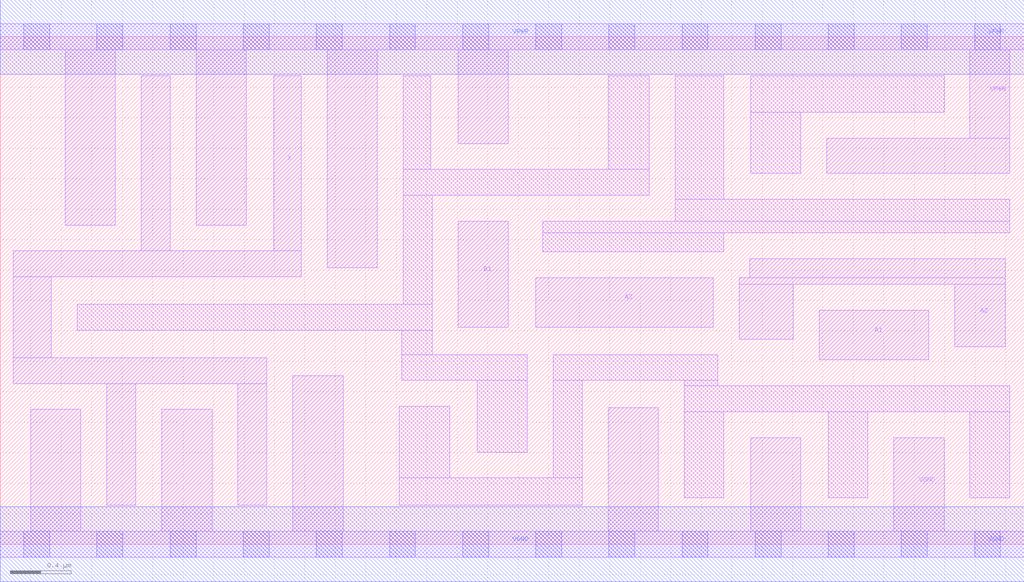
<source format=lef>
# Copyright 2020 The SkyWater PDK Authors
#
# Licensed under the Apache License, Version 2.0 (the "License");
# you may not use this file except in compliance with the License.
# You may obtain a copy of the License at
#
#     https://www.apache.org/licenses/LICENSE-2.0
#
# Unless required by applicable law or agreed to in writing, software
# distributed under the License is distributed on an "AS IS" BASIS,
# WITHOUT WARRANTIES OR CONDITIONS OF ANY KIND, either express or implied.
# See the License for the specific language governing permissions and
# limitations under the License.
#
# SPDX-License-Identifier: Apache-2.0

VERSION 5.7 ;
  NAMESCASESENSITIVE ON ;
  NOWIREEXTENSIONATPIN ON ;
  DIVIDERCHAR "/" ;
  BUSBITCHARS "[]" ;
UNITS
  DATABASE MICRONS 200 ;
END UNITS
MACRO sky130_fd_sc_lp__o31a_4
  CLASS CORE ;
  SOURCE USER ;
  FOREIGN sky130_fd_sc_lp__o31a_4 ;
  ORIGIN  0.000000  0.000000 ;
  SIZE  6.720000 BY  3.330000 ;
  SYMMETRY X Y R90 ;
  SITE unit ;
  PIN A1
    ANTENNAGATEAREA  0.630000 ;
    DIRECTION INPUT ;
    USE SIGNAL ;
    PORT
      LAYER li1 ;
        RECT 5.375000 1.210000 6.095000 1.535000 ;
    END
  END A1
  PIN A2
    ANTENNAGATEAREA  0.630000 ;
    DIRECTION INPUT ;
    USE SIGNAL ;
    PORT
      LAYER li1 ;
        RECT 4.850000 1.345000 5.205000 1.705000 ;
        RECT 4.850000 1.705000 6.595000 1.750000 ;
        RECT 4.920000 1.750000 6.595000 1.875000 ;
        RECT 6.265000 1.295000 6.595000 1.705000 ;
    END
  END A2
  PIN A3
    ANTENNAGATEAREA  0.630000 ;
    DIRECTION INPUT ;
    USE SIGNAL ;
    PORT
      LAYER li1 ;
        RECT 3.515000 1.425000 4.680000 1.750000 ;
    END
  END A3
  PIN B1
    ANTENNAGATEAREA  0.630000 ;
    DIRECTION INPUT ;
    USE SIGNAL ;
    PORT
      LAYER li1 ;
        RECT 3.005000 1.425000 3.335000 2.120000 ;
    END
  END B1
  PIN X
    ANTENNADIFFAREA  1.176000 ;
    DIRECTION OUTPUT ;
    USE SIGNAL ;
    PORT
      LAYER li1 ;
        RECT 0.085000 1.055000 1.750000 1.225000 ;
        RECT 0.085000 1.225000 0.335000 1.755000 ;
        RECT 0.085000 1.755000 1.975000 1.925000 ;
        RECT 0.700000 0.255000 0.890000 1.055000 ;
        RECT 0.925000 1.925000 1.115000 3.075000 ;
        RECT 1.560000 0.255000 1.750000 1.055000 ;
        RECT 1.795000 1.925000 1.975000 3.075000 ;
    END
  END X
  PIN VGND
    DIRECTION INOUT ;
    USE GROUND ;
    PORT
      LAYER li1 ;
        RECT 0.000000 -0.085000 6.720000 0.085000 ;
        RECT 0.200000  0.085000 0.530000 0.885000 ;
        RECT 1.060000  0.085000 1.390000 0.885000 ;
        RECT 1.920000  0.085000 2.250000 1.105000 ;
        RECT 3.990000  0.085000 4.320000 0.895000 ;
        RECT 4.925000  0.085000 5.255000 0.700000 ;
        RECT 5.865000  0.085000 6.195000 0.700000 ;
      LAYER mcon ;
        RECT 0.155000 -0.085000 0.325000 0.085000 ;
        RECT 0.635000 -0.085000 0.805000 0.085000 ;
        RECT 1.115000 -0.085000 1.285000 0.085000 ;
        RECT 1.595000 -0.085000 1.765000 0.085000 ;
        RECT 2.075000 -0.085000 2.245000 0.085000 ;
        RECT 2.555000 -0.085000 2.725000 0.085000 ;
        RECT 3.035000 -0.085000 3.205000 0.085000 ;
        RECT 3.515000 -0.085000 3.685000 0.085000 ;
        RECT 3.995000 -0.085000 4.165000 0.085000 ;
        RECT 4.475000 -0.085000 4.645000 0.085000 ;
        RECT 4.955000 -0.085000 5.125000 0.085000 ;
        RECT 5.435000 -0.085000 5.605000 0.085000 ;
        RECT 5.915000 -0.085000 6.085000 0.085000 ;
        RECT 6.395000 -0.085000 6.565000 0.085000 ;
      LAYER met1 ;
        RECT 0.000000 -0.245000 6.720000 0.245000 ;
    END
  END VGND
  PIN VPWR
    DIRECTION INOUT ;
    USE POWER ;
    PORT
      LAYER li1 ;
        RECT 0.000000 3.245000 6.720000 3.415000 ;
        RECT 0.425000 2.095000 0.755000 3.245000 ;
        RECT 1.285000 2.095000 1.615000 3.245000 ;
        RECT 2.145000 1.815000 2.475000 3.245000 ;
        RECT 3.005000 2.630000 3.335000 3.245000 ;
        RECT 5.425000 2.435000 6.625000 2.665000 ;
        RECT 6.365000 2.665000 6.625000 3.245000 ;
      LAYER mcon ;
        RECT 0.155000 3.245000 0.325000 3.415000 ;
        RECT 0.635000 3.245000 0.805000 3.415000 ;
        RECT 1.115000 3.245000 1.285000 3.415000 ;
        RECT 1.595000 3.245000 1.765000 3.415000 ;
        RECT 2.075000 3.245000 2.245000 3.415000 ;
        RECT 2.555000 3.245000 2.725000 3.415000 ;
        RECT 3.035000 3.245000 3.205000 3.415000 ;
        RECT 3.515000 3.245000 3.685000 3.415000 ;
        RECT 3.995000 3.245000 4.165000 3.415000 ;
        RECT 4.475000 3.245000 4.645000 3.415000 ;
        RECT 4.955000 3.245000 5.125000 3.415000 ;
        RECT 5.435000 3.245000 5.605000 3.415000 ;
        RECT 5.915000 3.245000 6.085000 3.415000 ;
        RECT 6.395000 3.245000 6.565000 3.415000 ;
      LAYER met1 ;
        RECT 0.000000 3.085000 6.720000 3.575000 ;
    END
  END VPWR
  OBS
    LAYER li1 ;
      RECT 0.505000 1.405000 2.835000 1.575000 ;
      RECT 2.620000 0.255000 3.820000 0.435000 ;
      RECT 2.620000 0.435000 2.950000 0.905000 ;
      RECT 2.635000 1.075000 3.460000 1.245000 ;
      RECT 2.635000 1.245000 2.835000 1.405000 ;
      RECT 2.645000 1.575000 2.835000 2.290000 ;
      RECT 2.645000 2.290000 4.260000 2.460000 ;
      RECT 2.645000 2.460000 2.825000 3.075000 ;
      RECT 3.130000 0.605000 3.460000 1.075000 ;
      RECT 3.560000 1.920000 4.750000 2.045000 ;
      RECT 3.560000 2.045000 6.625000 2.120000 ;
      RECT 3.630000 0.435000 3.820000 1.075000 ;
      RECT 3.630000 1.075000 4.710000 1.245000 ;
      RECT 3.990000 2.460000 4.260000 3.075000 ;
      RECT 4.430000 2.120000 6.625000 2.265000 ;
      RECT 4.430000 2.265000 4.750000 3.075000 ;
      RECT 4.490000 0.305000 4.750000 0.870000 ;
      RECT 4.490000 0.870000 6.625000 1.040000 ;
      RECT 4.490000 1.040000 4.710000 1.075000 ;
      RECT 4.925000 2.435000 5.255000 2.835000 ;
      RECT 4.925000 2.835000 6.195000 3.075000 ;
      RECT 5.435000 0.305000 5.695000 0.870000 ;
      RECT 6.365000 0.305000 6.625000 0.870000 ;
  END
END sky130_fd_sc_lp__o31a_4

</source>
